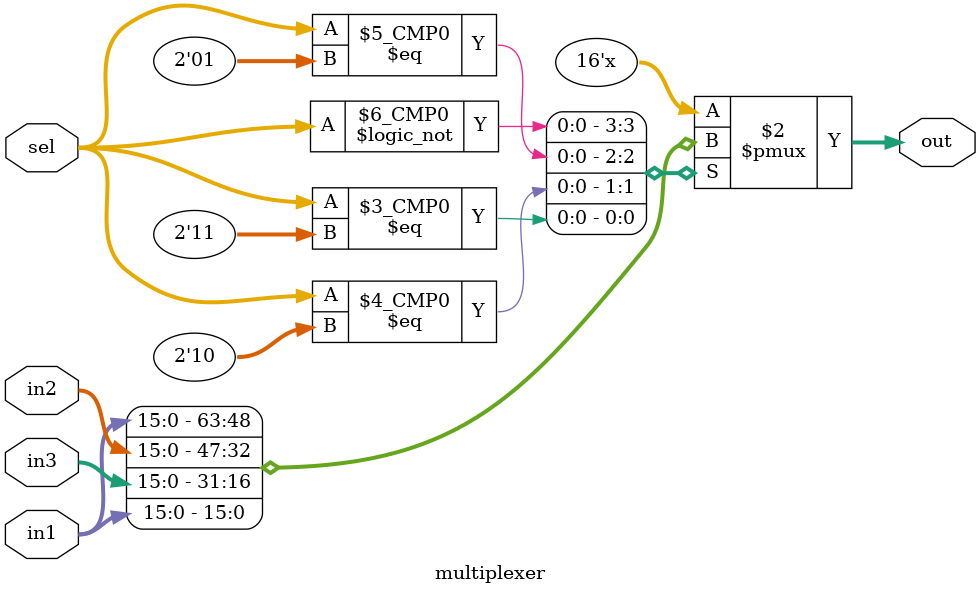
<source format=v>
module multiplexer(input [15:0] in1,input [15:0] in2,input [15:0] in3,input [1:0] sel, output reg [15:0] out);

	always @(*) begin
		case (sel)
			2'b00: out[15:0] <= in1[15:0]; //Input Sample
			2'b01: out[15:0] <= in2[15:0]; //FIR Filter
			2'b10: out[15:0] <= in3[15:0]; //Echo Machine
			2'b11: out[15:0] <= in1[15:0]; //Input Sample
		endcase
	end

endmodule

</source>
